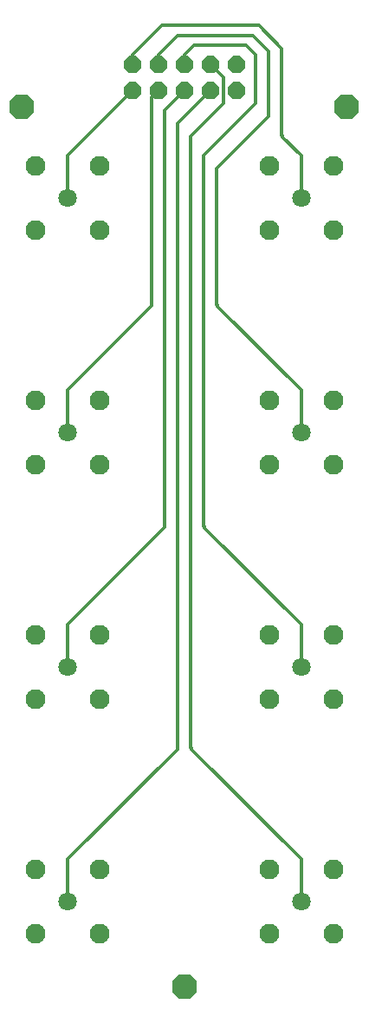
<source format=gtl>
G75*
G70*
%OFA0B0*%
%FSLAX24Y24*%
%IPPOS*%
%LPD*%
%AMOC8*
5,1,8,0,0,1.08239X$1,22.5*
%
%ADD10OC8,0.0660*%
%ADD11C,0.0709*%
%ADD12C,0.0768*%
%ADD13OC8,0.0945*%
%ADD14C,0.0120*%
D10*
X005150Y035275D03*
X005150Y036275D03*
X006150Y036275D03*
X006150Y035275D03*
X007150Y035275D03*
X007150Y036275D03*
X008150Y036275D03*
X008150Y035275D03*
X009150Y035275D03*
X009150Y036275D03*
D11*
X011650Y031150D03*
X011650Y022150D03*
X011650Y013150D03*
X011650Y004150D03*
X002650Y004150D03*
X002650Y013150D03*
X002650Y022150D03*
X002650Y031150D03*
D12*
X001430Y002930D03*
X001430Y005370D03*
X003870Y005370D03*
X003870Y002930D03*
X003870Y011930D03*
X003870Y014370D03*
X001430Y014370D03*
X001430Y011930D03*
X001430Y020930D03*
X001430Y023370D03*
X003870Y023370D03*
X003870Y020930D03*
X003870Y029930D03*
X003870Y032370D03*
X001430Y032370D03*
X001430Y029930D03*
X010430Y029930D03*
X010430Y032370D03*
X012870Y032370D03*
X012870Y029930D03*
X012870Y023370D03*
X012870Y020930D03*
X012870Y014370D03*
X012870Y011930D03*
X010430Y011930D03*
X010430Y014370D03*
X010430Y020930D03*
X010430Y023370D03*
X010430Y005370D03*
X010430Y002930D03*
X012870Y002930D03*
X012870Y005370D03*
D13*
X007150Y000900D03*
X000900Y034650D03*
X013400Y034650D03*
D14*
X011650Y032775D02*
X011650Y031150D01*
X011650Y032775D02*
X010929Y033496D01*
X010900Y033566D02*
X010900Y036900D01*
X010025Y037775D01*
X006275Y037775D01*
X005150Y036650D01*
X005150Y036275D01*
X005150Y035275D02*
X002650Y032775D01*
X002650Y031150D01*
X005900Y027025D02*
X002650Y023775D01*
X002650Y022150D01*
X006400Y018525D02*
X002650Y014775D01*
X002650Y013150D01*
X006871Y009996D02*
X002650Y005775D01*
X002650Y004150D01*
X006871Y009995D02*
X006883Y010010D01*
X006892Y010028D01*
X006898Y010046D01*
X006900Y010066D01*
X006900Y034025D01*
X008150Y035275D01*
X008650Y035775D02*
X008150Y036275D01*
X008650Y035775D02*
X008650Y034775D01*
X007400Y033525D01*
X007400Y010066D01*
X007429Y009996D02*
X011650Y005775D01*
X011650Y004150D01*
X011650Y013150D02*
X011650Y014775D01*
X007929Y018496D01*
X007900Y018566D02*
X007900Y032775D01*
X009900Y034775D01*
X009900Y036650D01*
X009525Y037025D01*
X007525Y037025D01*
X007150Y036650D01*
X007150Y036275D01*
X007150Y035275D02*
X006400Y034525D01*
X006400Y018525D01*
X007900Y018566D02*
X007902Y018546D01*
X007908Y018528D01*
X007917Y018510D01*
X007929Y018495D01*
X011650Y023775D02*
X008429Y026996D01*
X008400Y027066D02*
X008400Y032275D01*
X010400Y034275D01*
X010400Y036775D01*
X009775Y037400D01*
X006900Y037400D01*
X006150Y036650D01*
X006150Y036275D01*
X006150Y035275D02*
X005900Y035025D01*
X005900Y027025D01*
X008400Y027066D02*
X008402Y027046D01*
X008408Y027028D01*
X008417Y027010D01*
X008429Y026995D01*
X010929Y033495D02*
X010917Y033510D01*
X010908Y033528D01*
X010902Y033546D01*
X010900Y033566D01*
X011650Y023775D02*
X011650Y022150D01*
X007400Y010066D02*
X007402Y010046D01*
X007408Y010028D01*
X007417Y010010D01*
X007429Y009995D01*
M02*

</source>
